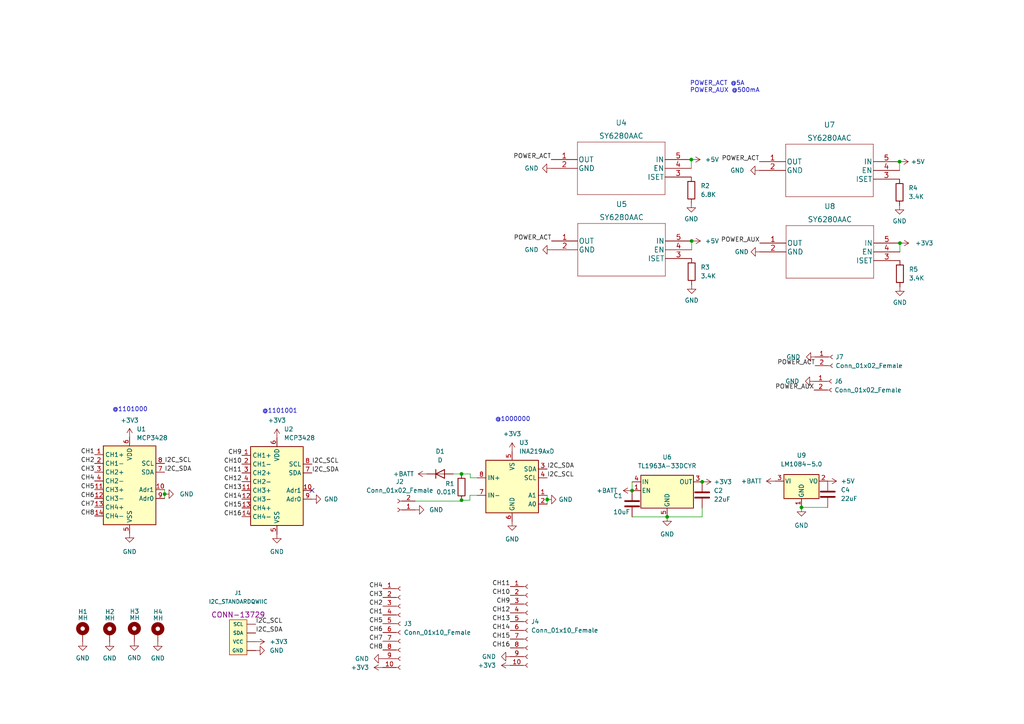
<source format=kicad_sch>
(kicad_sch (version 20211123) (generator eeschema)
  (paper "A4")
  (lib_symbols
    (symbol "2022-04-08_21-45-33:SY6280AAC" (pin_names (offset 0.254))
      (property "Reference" "U" (at 20.32 10.16 0))
      (property "Value" "SY6280AAC" (at 20.32 7.62 0))
      (symbol "SY6280AAC_1_1"
        (polyline (pts (xy 7.62 -10.16) (xy 33.02 -10.16)) (stroke (width 0.127)))
        (polyline (pts (xy 7.62 5.08) (xy 7.62 -10.16)) (stroke (width 0.127)))
        (polyline (pts (xy 33.02 -10.16) (xy 33.02 5.08)) (stroke (width 0.127)))
        (polyline (pts (xy 33.02 5.08) (xy 7.62 5.08)) (stroke (width 0.127)))
        (pin output line (at 0 0 0) (length 7.62) (name "OUT") (number "1"))
        (pin power_in line (at 0 -2.54 0) (length 7.62) (name "GND") (number "2"))
        (pin unspecified line (at 40.64 -5.08 180) (length 7.62) (name "ISET") (number "3"))
        (pin unspecified line (at 40.64 -2.54 180) (length 7.62) (name "EN") (number "4"))
        (pin input line (at 40.64 0 180) (length 7.62) (name "IN") (number "5"))
      )
    )
    (symbol "Analog_ADC:INA219AxD"
      (property "Reference" "U" (at -6.35 8.89 0))
      (property "Value" "INA219AxD" (at 5.08 8.89 0))
      (symbol "INA219AxD_0_1"
        (rectangle (start -7.62 7.62) (end 7.62 -7.62) (stroke (width 0.254)) (fill (type background)))
      )
      (symbol "INA219AxD_1_1"
        (pin input line (at 10.16 -2.54 180) (length 2.54) (name "A1") (number "1"))
        (pin input line (at 10.16 -5.08 180) (length 2.54) (name "A0") (number "2"))
        (pin bidirectional line (at 10.16 5.08 180) (length 2.54) (name "SDA") (number "3"))
        (pin input line (at 10.16 2.54 180) (length 2.54) (name "SCL") (number "4"))
        (pin power_in line (at 0 10.16 270) (length 2.54) (name "VS") (number "5"))
        (pin power_in line (at 0 -10.16 90) (length 2.54) (name "GND") (number "6"))
        (pin input line (at -10.16 -2.54 0) (length 2.54) (name "IN-") (number "7"))
        (pin input line (at -10.16 2.54 0) (length 2.54) (name "IN+") (number "8"))
      )
    )
    (symbol "Analog_ADC:MCP3428"
      (property "Reference" "U" (at -3.81 11.43 0))
      (property "Value" "MCP3428" (at 2.54 11.43 0))
      (symbol "MCP3428_0_1"
        (rectangle (start -7.62 10.16) (end 7.62 -12.7) (stroke (width 0.254)) (fill (type background)))
      )
      (symbol "MCP3428_1_1"
        (pin input line (at -10.16 7.62 0) (length 2.54) (name "CH1+") (number "1"))
        (pin input line (at 10.16 -2.54 180) (length 2.54) (name "Adr1") (number "10"))
        (pin input line (at -10.16 -2.54 0) (length 2.54) (name "CH3+") (number "11"))
        (pin input line (at -10.16 -5.08 0) (length 2.54) (name "CH3-") (number "12"))
        (pin input line (at -10.16 -7.62 0) (length 2.54) (name "CH4+") (number "13"))
        (pin input line (at -10.16 -10.16 0) (length 2.54) (name "CH4-") (number "14"))
        (pin input line (at -10.16 5.08 0) (length 2.54) (name "CH1-") (number "2"))
        (pin input line (at -10.16 2.54 0) (length 2.54) (name "CH2+") (number "3"))
        (pin input line (at -10.16 0 0) (length 2.54) (name "CH2-") (number "4"))
        (pin power_in line (at 0 -15.24 90) (length 2.54) (name "VSS") (number "5"))
        (pin power_in line (at 0 12.7 270) (length 2.54) (name "VDD") (number "6"))
        (pin bidirectional line (at 10.16 2.54 180) (length 2.54) (name "SDA") (number "7"))
        (pin input line (at 10.16 5.08 180) (length 2.54) (name "SCL") (number "8"))
        (pin input line (at 10.16 -5.08 180) (length 2.54) (name "Adr0") (number "9"))
      )
    )
    (symbol "Connector:Conn_01x02_Female" (pin_names (offset 1.016) hide)
      (property "Reference" "J" (at 0 2.54 0))
      (property "Value" "Conn_01x02_Female" (at 0 -5.08 0))
      (symbol "Conn_01x02_Female_1_1"
        (arc (start 0 -2.032) (mid -0.508 -2.54) (end 0 -3.048) (stroke (width 0.1524)))
        (polyline (pts (xy -1.27 -2.54) (xy -0.508 -2.54)) (stroke (width 0.1524)))
        (polyline (pts (xy -1.27 0) (xy -0.508 0)) (stroke (width 0.1524)))
        (arc (start 0 0.508) (mid -0.508 0) (end 0 -0.508) (stroke (width 0.1524)))
        (pin passive line (at -5.08 0 0) (length 3.81) (name "Pin_1") (number "1"))
        (pin passive line (at -5.08 -2.54 0) (length 3.81) (name "Pin_2") (number "2"))
      )
    )
    (symbol "Connector:Conn_01x10_Female" (pin_names (offset 1.016) hide)
      (property "Reference" "J" (at 0 12.7 0))
      (property "Value" "Conn_01x10_Female" (at 0 -15.24 0))
      (symbol "Conn_01x10_Female_1_1"
        (arc (start 0 -12.192) (mid -0.508 -12.7) (end 0 -13.208) (stroke (width 0.1524)))
        (arc (start 0 -9.652) (mid -0.508 -10.16) (end 0 -10.668) (stroke (width 0.1524)))
        (arc (start 0 -7.112) (mid -0.508 -7.62) (end 0 -8.128) (stroke (width 0.1524)))
        (arc (start 0 -4.572) (mid -0.508 -5.08) (end 0 -5.588) (stroke (width 0.1524)))
        (arc (start 0 -2.032) (mid -0.508 -2.54) (end 0 -3.048) (stroke (width 0.1524)))
        (polyline (pts (xy -1.27 -12.7) (xy -0.508 -12.7)) (stroke (width 0.1524)))
        (polyline (pts (xy -1.27 -10.16) (xy -0.508 -10.16)) (stroke (width 0.1524)))
        (polyline (pts (xy -1.27 -7.62) (xy -0.508 -7.62)) (stroke (width 0.1524)))
        (polyline (pts (xy -1.27 -5.08) (xy -0.508 -5.08)) (stroke (width 0.1524)))
        (polyline (pts (xy -1.27 -2.54) (xy -0.508 -2.54)) (stroke (width 0.1524)))
        (polyline (pts (xy -1.27 0) (xy -0.508 0)) (stroke (width 0.1524)))
        (polyline (pts (xy -1.27 2.54) (xy -0.508 2.54)) (stroke (width 0.1524)))
        (polyline (pts (xy -1.27 5.08) (xy -0.508 5.08)) (stroke (width 0.1524)))
        (polyline (pts (xy -1.27 7.62) (xy -0.508 7.62)) (stroke (width 0.1524)))
        (polyline (pts (xy -1.27 10.16) (xy -0.508 10.16)) (stroke (width 0.1524)))
        (arc (start 0 0.508) (mid -0.508 0) (end 0 -0.508) (stroke (width 0.1524)))
        (arc (start 0 3.048) (mid -0.508 2.54) (end 0 2.032) (stroke (width 0.1524)))
        (arc (start 0 5.588) (mid -0.508 5.08) (end 0 4.572) (stroke (width 0.1524)))
        (arc (start 0 8.128) (mid -0.508 7.62) (end 0 7.112) (stroke (width 0.1524)))
        (arc (start 0 10.668) (mid -0.508 10.16) (end 0 9.652) (stroke (width 0.1524)))
        (pin passive line (at -5.08 10.16 0) (length 3.81) (name "Pin_1") (number "1"))
        (pin passive line (at -5.08 -12.7 0) (length 3.81) (name "Pin_10") (number "10"))
        (pin passive line (at -5.08 7.62 0) (length 3.81) (name "Pin_2") (number "2"))
        (pin passive line (at -5.08 5.08 0) (length 3.81) (name "Pin_3") (number "3"))
        (pin passive line (at -5.08 2.54 0) (length 3.81) (name "Pin_4") (number "4"))
        (pin passive line (at -5.08 0 0) (length 3.81) (name "Pin_5") (number "5"))
        (pin passive line (at -5.08 -2.54 0) (length 3.81) (name "Pin_6") (number "6"))
        (pin passive line (at -5.08 -5.08 0) (length 3.81) (name "Pin_7") (number "7"))
        (pin passive line (at -5.08 -7.62 0) (length 3.81) (name "Pin_8") (number "8"))
        (pin passive line (at -5.08 -10.16 0) (length 3.81) (name "Pin_9") (number "9"))
      )
    )
    (symbol "Device:C" (pin_numbers hide) (pin_names (offset 0.254))
      (property "Reference" "C" (at 0.635 2.54 0))
      (property "Value" "C" (at 0.635 -2.54 0))
      (symbol "C_0_1"
        (polyline (pts (xy -2.032 -0.762) (xy 2.032 -0.762)) (stroke (width 0.508)))
        (polyline (pts (xy -2.032 0.762) (xy 2.032 0.762)) (stroke (width 0.508)))
      )
      (symbol "C_1_1"
        (pin passive line (at 0 3.81 270) (length 2.794) (name "~") (number "1"))
        (pin passive line (at 0 -3.81 90) (length 2.794) (name "~") (number "2"))
      )
    )
    (symbol "Device:D" (pin_numbers hide) (pin_names (offset 1.016) hide)
      (property "Reference" "D" (at 0 2.54 0))
      (property "Value" "D" (at 0 -2.54 0))
      (symbol "D_0_1"
        (polyline (pts (xy -1.27 1.27) (xy -1.27 -1.27)) (stroke (width 0.254)))
        (polyline (pts (xy 1.27 0) (xy -1.27 0)))
        (polyline (pts (xy 1.27 1.27) (xy 1.27 -1.27) (xy -1.27 0) (xy 1.27 1.27)) (stroke (width 0.254)))
      )
      (symbol "D_1_1"
        (pin passive line (at -3.81 0 0) (length 2.54) (name "K") (number "1"))
        (pin passive line (at 3.81 0 180) (length 2.54) (name "A") (number "2"))
      )
    )
    (symbol "Device:R" (pin_numbers hide) (pin_names (offset 0))
      (property "Reference" "R" (at 2.032 0 90))
      (property "Value" "R" (at 0 0 90))
      (symbol "R_0_1"
        (rectangle (start -1.016 -2.54) (end 1.016 2.54) (stroke (width 0.254)))
      )
      (symbol "R_1_1"
        (pin passive line (at 0 3.81 270) (length 1.27) (name "~") (number "1"))
        (pin passive line (at 0 -3.81 90) (length 1.27) (name "~") (number "2"))
      )
    )
    (symbol "Mechanical:MountingHole_Pad" (pin_numbers hide) (pin_names (offset 1.016) hide)
      (property "Reference" "H" (at 0 6.35 0))
      (property "Value" "MountingHole_Pad" (at 0 4.445 0))
      (symbol "MountingHole_Pad_0_1"
        (circle (center 0 1.27) (radius 1.27) (stroke (width 1.27)))
      )
      (symbol "MountingHole_Pad_1_1"
        (pin input line (at 0 -2.54 90) (length 2.54) (name "1") (number "1"))
      )
    )
    (symbol "Regulator_Linear:LM1084-5.0" (pin_names (offset 0.254))
      (property "Reference" "U" (at -3.81 3.175 0))
      (property "Value" "LM1084-5.0" (at 0 3.175 0))
      (symbol "LM1084-5.0_0_1"
        (rectangle (start -5.08 1.905) (end 5.08 -5.08) (stroke (width 0.254)) (fill (type background)))
      )
      (symbol "LM1084-5.0_1_1"
        (pin power_in line (at 0 -7.62 90) (length 2.54) (name "GND") (number "1"))
        (pin power_out line (at 7.62 0 180) (length 2.54) (name "VO") (number "2"))
        (pin power_in line (at -7.62 0 0) (length 2.54) (name "VI") (number "3"))
      )
    )
    (symbol "Regulator_Linear:LP38693MP-3.3" (pin_names (offset 0.254))
      (property "Reference" "U" (at -6.35 5.715 0))
      (property "Value" "LP38693MP-3.3" (at 0 5.715 0))
      (symbol "LP38693MP-3.3_0_1"
        (rectangle (start -7.62 -5.08) (end 7.62 4.445) (stroke (width 0.254)) (fill (type background)))
      )
      (symbol "LP38693MP-3.3_1_1"
        (pin input line (at -10.16 0 0) (length 2.54) (name "EN") (number "1"))
        (pin no_connect line (at 7.62 0 180) (length 2.54) hide (name "NC") (number "2"))
        (pin power_out line (at 10.16 2.54 180) (length 2.54) (name "OUT") (number "3"))
        (pin power_in line (at -10.16 2.54 0) (length 2.54) (name "IN") (number "4"))
        (pin power_in line (at 0 -7.62 90) (length 2.54) (name "GND") (number "5"))
      )
    )
    (symbol "SparkFun-Connectors:I2C_STANDARDQWIIC" (pin_numbers hide) (pin_names (offset 1.016))
      (property "Reference" "J" (at -5.08 10.16 0))
      (property "Value" "I2C_STANDARDQWIIC" (at -5.08 -3.81 0))
      (property "Field4" "CONN-13729" (at 0 13.97 0))
      (symbol "I2C_STANDARDQWIIC_1_0"
        (rectangle (start 0 -1.27) (end -5.08 8.89) (fill (type background)))
      )
      (symbol "I2C_STANDARDQWIIC_1_1"
        (pin power_in line (at 2.54 0 180) (length 2.54) (name "GND") (number "1"))
        (pin power_in line (at 2.54 2.54 180) (length 2.54) (name "VCC") (number "2"))
        (pin passive line (at 2.54 5.08 180) (length 2.54) (name "SDA") (number "3"))
        (pin passive line (at 2.54 7.62 180) (length 2.54) (name "SCL") (number "4"))
      )
    )
    (symbol "power:+3.3V" (power) (pin_names (offset 0))
      (property "Value" "+3.3V" (at 0 3.556 0))
      (symbol "+3.3V_0_1"
        (polyline (pts (xy -0.762 1.27) (xy 0 2.54)))
        (polyline (pts (xy 0 0) (xy 0 2.54)))
        (polyline (pts (xy 0 2.54) (xy 0.762 1.27)))
      )
      (symbol "+3.3V_1_1"
        (pin power_in line (at 0 0 90) (length 0) hide (name "+3V3") (number "1"))
      )
    )
    (symbol "power:+5V" (power) (pin_names (offset 0))
      (property "Value" "+5V" (at 0 3.556 0))
      (symbol "+5V_0_1"
        (polyline (pts (xy -0.762 1.27) (xy 0 2.54)))
        (polyline (pts (xy 0 0) (xy 0 2.54)))
        (polyline (pts (xy 0 2.54) (xy 0.762 1.27)))
      )
      (symbol "+5V_1_1"
        (pin power_in line (at 0 0 90) (length 0) hide (name "+5V") (number "1"))
      )
    )
    (symbol "power:+BATT" (power) (pin_names (offset 0))
      (property "Value" "+BATT" (at 0 3.556 0))
      (symbol "+BATT_0_1"
        (polyline (pts (xy -0.762 1.27) (xy 0 2.54)))
        (polyline (pts (xy 0 0) (xy 0 2.54)))
        (polyline (pts (xy 0 2.54) (xy 0.762 1.27)))
      )
      (symbol "+BATT_1_1"
        (pin power_in line (at 0 0 90) (length 0) hide (name "+BATT") (number "1"))
      )
    )
    (symbol "power:GND" (power) (pin_names (offset 0))
      (property "Value" "GND" (at 0 -3.81 0))
      (symbol "GND_0_1"
        (polyline (pts (xy 0 0) (xy 0 -1.27) (xy 1.27 -1.27) (xy 0 -2.54) (xy -1.27 -1.27) (xy 0 -1.27)))
      )
      (symbol "GND_1_1"
        (pin power_in line (at 0 0 270) (length 0) hide (name "GND") (number "1"))
      )
    )
  )
  (junction (at 47.752 143.3068))
  (junction (at 200.6092 69.9008))
  (junction (at 193.4972 149.9108))
  (junction (at 261.0104 70.5104))
  (junction (at 133.858 137.4648))
  (junction (at 158.6992 144.8816))
  (junction (at 260.9088 46.8884))
  (junction (at 200.5076 46.2788))
  (junction (at 232.4608 147.1676))
  (junction (at 183.3372 142.2908))
  (junction (at 203.6572 139.7508))
  (junction (at 133.858 145.0848))
  (no_connect (at 90.4748 142.24))
  (wire (pts (xy 200.6092 69.9008) (xy 200.6092 72.4408)))
  (wire (pts (xy 47.752 143.3068) (xy 47.752 144.5768)))
  (wire (pts (xy 158.6992 144.8816) (xy 158.6992 146.2024)))
  (wire (pts (xy 203.6572 147.3708) (xy 203.6572 149.9108)))
  (wire (pts (xy 133.858 145.3388) (xy 133.858 145.0848)))
  (wire (pts (xy 136.2964 145.0848) (xy 136.2964 143.6624)))
  (wire (pts (xy 47.752 142.0368) (xy 47.752 143.3068)))
  (wire (pts (xy 133.858 145.0848) (xy 136.2964 145.0848)))
  (wire (pts (xy 193.4972 149.9108) (xy 203.6572 149.9108)))
  (wire (pts (xy 261.0104 70.5104) (xy 261.0104 73.0504)))
  (wire (pts (xy 136.398 137.4648) (xy 136.398 138.5824)))
  (wire (pts (xy 200.5076 46.2788) (xy 200.5076 48.8188)))
  (wire (pts (xy 158.6992 143.6624) (xy 158.6992 144.8816)))
  (wire (pts (xy 260.9088 46.8884) (xy 260.9088 49.4284)))
  (wire (pts (xy 120.396 145.3388) (xy 133.858 145.3388)))
  (wire (pts (xy 183.3372 149.9108) (xy 193.4972 149.9108)))
  (wire (pts (xy 136.2964 143.6624) (xy 138.3792 143.6624)))
  (wire (pts (xy 232.4608 147.1676) (xy 240.0808 147.1676)))
  (wire (pts (xy 131.4704 137.4648) (xy 133.858 137.4648)))
  (wire (pts (xy 136.398 138.5824) (xy 138.3792 138.5824)))
  (wire (pts (xy 183.3372 139.7508) (xy 183.3372 142.2908)))
  (wire (pts (xy 133.858 137.4648) (xy 136.398 137.4648)))
  (text "@1000000" (at 143.5608 122.428 0) (effects (font (size 1.27 1.27)) (justify left bottom)))
  (text "@1101001" (at 75.9968 120.0404 0) (effects (font (size 1.27 1.27)) (justify left bottom)))
  (text "POWER_ACT @5A\nPOWER_AUX @500mA" (at 200.1012 27.0256 0) (effects (font (size 1.27 1.27)) (justify left bottom)))
  (text "@1101000" (at 32.5628 119.5832 0) (effects (font (size 1.27 1.27)) (justify left bottom)))
  (label "CH13" (at 147.9804 180.2892 180))
  (label "CH2" (at 27.432 134.4168 180))
  (label "CH1" (at 27.432 131.8768 180))
  (label "CH12" (at 147.9804 177.7492 180))
  (label "I2C_SCL" (at 158.6992 138.5824 0))
  (label "CH8" (at 27.432 149.6568 180))
  (label "CH3" (at 111.0488 173.2788 180))
  (label "CH6" (at 111.0488 183.4388 180))
  (label "CH14" (at 70.1548 144.78 180))
  (label "CH11" (at 70.1548 137.16 180))
  (label "CH15" (at 147.9804 185.3692 180))
  (label "CH12" (at 70.1548 139.7 180))
  (label "CH16" (at 70.1548 149.86 180))
  (label "CH13" (at 70.1548 142.24 180))
  (label "CH7" (at 111.0488 185.9788 180))
  (label "I2C_SDA" (at 90.4748 137.16 0))
  (label "I2C_SDA" (at 47.752 136.9568 0))
  (label "POWER_ACT" (at 220.2688 46.8884 180))
  (label "I2C_SCL" (at 90.4748 134.62 0))
  (label "CH4" (at 111.0488 170.7388 180))
  (label "I2C_SDA" (at 74.168 183.5912 0))
  (label "POWER_AUX" (at 220.3704 70.5104 180))
  (label "CH9" (at 70.1548 132.08 180))
  (label "I2C_SCL" (at 47.752 134.4168 0))
  (label "POWER_ACT" (at 159.9692 69.9008 180))
  (label "CH5" (at 27.432 142.0368 180))
  (label "I2C_SCL" (at 74.168 181.0512 0))
  (label "CH1" (at 111.0488 178.3588 180))
  (label "CH16" (at 147.9804 187.9092 180))
  (label "CH3" (at 27.432 136.9568 180))
  (label "CH14" (at 147.9804 182.8292 180))
  (label "CH11" (at 147.9804 170.1292 180))
  (label "CH5" (at 111.0488 180.8988 180))
  (label "CH9" (at 147.9804 175.2092 180))
  (label "CH6" (at 27.432 144.5768 180))
  (label "I2C_SDA" (at 158.6992 136.0424 0))
  (label "CH2" (at 111.0488 175.8188 180))
  (label "CH10" (at 147.9804 172.6692 180))
  (label "POWER_ACT" (at 159.8676 46.2788 180))
  (label "CH8" (at 111.0488 188.5188 180))
  (label "POWER_AUX" (at 236.1184 113.1316 180))
  (label "CH7" (at 27.432 147.1168 180))
  (label "POWER_ACT" (at 236.4232 106.0704 180))
  (label "CH4" (at 27.432 139.4968 180))
  (label "CH10" (at 70.1548 134.62 180))
  (label "CH15" (at 70.1548 147.32 180))
  (symbol (lib_id "Device:R") (at 261.0104 79.4004 0) (unit 1)
    (property "Reference" "R5" (at 263.6012 78.1303 0) (effects (justify left)))
    (property "Value" "3.4K" (at 263.6012 80.6703 0) (effects (justify left)))
    (property "Footprint" "Resistor_SMD:R_0402_1005Metric" (effects hide))
  )
  (symbol (lib_id "power:+5V") (at 200.6092 69.9008 270) (unit 1)
    (property "Reference" "#PWR0120" (effects hide))
    (property "Value" "+5V" (at 204.47 69.9007 90) (effects (justify left)))
  )
  (symbol (lib_id "power:+3.3V") (at 148.5392 130.9624 0) (unit 1)
    (property "Reference" "#PWR0127" (effects hide))
    (property "Value" "+3.3V" (at 148.5392 125.8316 0))
  )
  (symbol (lib_id "Connector:Conn_01x02_Female") (at 241.1984 110.5916 0) (unit 1)
    (property "Reference" "J6" (at 242.0112 110.5915 0) (effects (justify left)))
    (property "Value" "Conn_01x02_Female" (at 242.0112 113.1315 0) (effects (justify left)))
    (property "Footprint" "Connector_PinSocket_2.54mm:PinSocket_1x02_P2.54mm_Vertical" (effects hide))
  )
  (symbol (lib_id "Connector:Conn_01x10_Female") (at 153.0604 180.2892 0) (unit 1)
    (property "Reference" "J4" (at 154.0256 180.2891 0) (effects (justify left)))
    (property "Value" "Conn_01x10_Female" (at 154.0256 182.8291 0) (effects (justify left)))
    (property "Footprint" "Connector_Hirose:Hirose_DF13-10P-1.25DSA_1x10_P1.25mm_Vertical" (effects hide))
  )
  (symbol (lib_id "2022-04-08_21-45-33:SY6280AAC") (at 220.3704 70.5104 0) (unit 1)
    (property "Reference" "U8" (at 240.6904 59.8424 0) (effects (font (size 1.524 1.524))))
    (property "Value" "SY6280AAC" (at 240.6904 63.6524 0) (effects (font (size 1.524 1.524))))
    (property "Footprint" "footprints:SY6280AAC" (effects hide))
  )
  (symbol (lib_id "Analog_ADC:MCP3428") (at 37.592 139.4968 0) (unit 1)
    (property "Reference" "U1" (at 39.6114 124.46 0) (effects (justify left)))
    (property "Value" "MCP3428" (at 39.6114 127 0) (effects (justify left)))
    (property "Footprint" "Package_SO:TSSOP-14_4.4x5mm_P0.65mm" (effects hide))
    (property "Datasheet" "http://ww1.microchip.com/downloads/en/DeviceDoc/22226a.pdf" (effects hide))
  )
  (symbol (lib_id "power:GND") (at 31.8008 186.182 0) (unit 1)
    (property "Reference" "#PWR0102" (effects hide))
    (property "Value" "GND" (at 31.8008 190.9064 0))
  )
  (symbol (lib_id "Mechanical:MountingHole_Pad") (at 38.9636 183.5404 0) (unit 1)
    (property "Reference" "H3" (at 37.6428 177.3428 0) (effects (justify left)))
    (property "Value" "MH" (at 37.5412 179.1716 0) (effects (justify left)))
    (property "Footprint" "MountingHole:MountingHole_2.2mm_M2_Pad" (effects hide))
  )
  (symbol (lib_id "power:GND") (at 74.168 188.6712 90) (unit 1)
    (property "Reference" "#PWR0108" (effects hide))
    (property "Value" "GND" (at 78.1812 188.6711 90) (effects (justify right)))
  )
  (symbol (lib_id "power:+3.3V") (at 147.9804 192.9892 90) (unit 1)
    (property "Reference" "#PWR0135" (effects hide))
    (property "Value" "+3.3V" (at 143.8656 192.9891 90) (effects (justify left)))
  )
  (symbol (lib_id "power:GND") (at 23.9776 186.1312 0) (unit 1)
    (property "Reference" "#PWR0101" (effects hide))
    (property "Value" "GND" (at 23.9776 190.8556 0))
  )
  (symbol (lib_id "power:+BATT") (at 183.3372 142.2908 90) (unit 1)
    (property "Reference" "#PWR0131" (effects hide))
    (property "Value" "+BATT" (at 179.07 142.2907 90) (effects (justify left)))
  )
  (symbol (lib_id "Regulator_Linear:LM1084-5.0") (at 232.4608 139.5476 0) (unit 1)
    (property "Reference" "U9" (at 232.4608 132.08 0))
    (property "Value" "LM1084-5.0" (at 232.4608 134.62 0))
    (property "Footprint" "Package_TO_SOT_SMD:TO-263-2" (effects hide))
    (property "Datasheet" "http://www.ti.com/lit/ds/symlink/lm1084.pdf" (effects hide))
  )
  (symbol (lib_id "Mechanical:MountingHole_Pad") (at 45.7708 183.642 0) (unit 1)
    (property "Reference" "H4" (at 44.45 177.4444 0) (effects (justify left)))
    (property "Value" "MH" (at 44.3484 179.2732 0) (effects (justify left)))
    (property "Footprint" "MountingHole:MountingHole_2.2mm_M2_Pad" (effects hide))
  )
  (symbol (lib_id "power:GND") (at 236.4232 103.5304 270) (unit 1)
    (property "Reference" "#PWR0114" (effects hide))
    (property "Value" "GND" (at 232.156 103.5303 90) (effects (justify right)))
  )
  (symbol (lib_id "power:GND") (at 147.9804 190.4492 270) (unit 1)
    (property "Reference" "#PWR0134" (effects hide))
    (property "Value" "GND" (at 143.8656 190.4491 90) (effects (justify right)))
  )
  (symbol (lib_id "Device:R") (at 133.858 141.2748 0) (unit 1)
    (property "Reference" "R1" (at 129.1336 140.3096 0) (effects (justify left)))
    (property "Value" "0.01R" (at 126.5428 142.6972 0) (effects (justify left)))
    (property "Footprint" "Resistor_SMD:R_0402_1005Metric" (effects hide))
  )
  (symbol (lib_id "power:+5V") (at 260.9088 46.8884 270) (unit 1)
    (property "Reference" "#PWR0115" (effects hide))
    (property "Value" "+5V" (at 264.16 46.8883 90) (effects (justify left)))
  )
  (symbol (lib_id "Device:R") (at 200.5076 55.1688 0) (unit 1)
    (property "Reference" "R2" (at 203.2 53.8987 0) (effects (justify left)))
    (property "Value" "6.8K" (at 203.2 56.4387 0) (effects (justify left)))
    (property "Footprint" "Resistor_SMD:R_0402_1005Metric" (effects hide))
  )
  (symbol (lib_id "power:GND") (at 120.396 147.8788 90) (unit 1)
    (property "Reference" "#PWR0126" (effects hide))
    (property "Value" "GND" (at 124.46 147.8787 90) (effects (justify right)))
  )
  (symbol (lib_id "power:GND") (at 158.6992 144.8816 90) (unit 1)
    (property "Reference" "#PWR0128" (effects hide))
    (property "Value" "GND" (at 162.0012 144.8815 90) (effects (justify right)))
  )
  (symbol (lib_id "Device:C") (at 203.6572 143.5608 0) (unit 1)
    (property "Reference" "C2" (at 207.01 142.2907 0) (effects (justify left)))
    (property "Value" "22uF" (at 207.01 144.8307 0) (effects (justify left)))
    (property "Footprint" "Capacitor_SMD:C_0402_1005Metric" (effects hide))
  )
  (symbol (lib_id "power:GND") (at 260.9088 59.5884 0) (unit 1)
    (property "Reference" "#PWR0117" (effects hide))
    (property "Value" "GND" (at 260.9088 64.1096 0))
  )
  (symbol (lib_id "Connector:Conn_01x02_Female") (at 241.5032 103.5304 0) (unit 1)
    (property "Reference" "J7" (at 242.316 103.5303 0) (effects (justify left)))
    (property "Value" "Conn_01x02_Female" (at 242.316 106.0703 0) (effects (justify left)))
    (property "Footprint" "Connector_PinSocket_2.54mm:PinSocket_1x02_P2.54mm_Vertical" (effects hide))
  )
  (symbol (lib_id "Connector:Conn_01x10_Female") (at 116.1288 180.8988 0) (unit 1)
    (property "Reference" "J3" (at 117.094 180.8987 0) (effects (justify left)))
    (property "Value" "Conn_01x10_Female" (at 117.094 183.4387 0) (effects (justify left)))
    (property "Footprint" "Connector_Hirose:Hirose_DF13-10P-1.25DSA_1x10_P1.25mm_Vertical" (effects hide))
  )
  (symbol (lib_id "power:+5V") (at 240.0808 139.5476 270) (unit 1)
    (property "Reference" "#PWR0138" (effects hide))
    (property "Value" "+5V" (at 243.84 139.5475 90) (effects (justify left)))
  )
  (symbol (lib_id "Mechanical:MountingHole_Pad") (at 31.8008 183.642 0) (unit 1)
    (property "Reference" "H2" (at 30.48 177.4444 0) (effects (justify left)))
    (property "Value" "MH" (at 30.3784 179.2732 0) (effects (justify left)))
    (property "Footprint" "MountingHole:MountingHole_2.2mm_M2_Pad" (effects hide))
  )
  (symbol (lib_id "power:GND") (at 159.9692 72.4408 270) (unit 1)
    (property "Reference" "#PWR0112" (effects hide))
    (property "Value" "GND" (at 156.21 72.4407 90) (effects (justify right)))
  )
  (symbol (lib_id "Analog_ADC:MCP3428") (at 80.3148 139.7 0) (unit 1)
    (property "Reference" "U2" (at 82.3342 124.46 0) (effects (justify left)))
    (property "Value" "MCP3428" (at 82.3342 127 0) (effects (justify left)))
    (property "Footprint" "Package_SO:TSSOP-14_4.4x5mm_P0.65mm" (effects hide))
    (property "Datasheet" "http://ww1.microchip.com/downloads/en/DeviceDoc/22226a.pdf" (effects hide))
  )
  (symbol (lib_id "2022-04-08_21-45-33:SY6280AAC") (at 159.9692 69.9008 0) (unit 1)
    (property "Reference" "U5" (at 180.2892 59.2328 0) (effects (font (size 1.524 1.524))))
    (property "Value" "SY6280AAC" (at 180.2892 63.0428 0) (effects (font (size 1.524 1.524))))
    (property "Footprint" "footprints:SY6280AAC" (effects hide))
  )
  (symbol (lib_id "power:+BATT") (at 224.8408 139.5476 90) (unit 1)
    (property "Reference" "#PWR0137" (effects hide))
    (property "Value" "+BATT" (at 220.98 139.5475 90) (effects (justify left)))
  )
  (symbol (lib_id "2022-04-08_21-45-33:SY6280AAC") (at 220.2688 46.8884 0) (unit 1)
    (property "Reference" "U7" (at 240.5888 36.2204 0) (effects (font (size 1.524 1.524))))
    (property "Value" "SY6280AAC" (at 240.5888 40.0304 0) (effects (font (size 1.524 1.524))))
    (property "Footprint" "footprints:SY6280AAC" (effects hide))
  )
  (symbol (lib_id "Device:C") (at 240.0808 143.3576 0) (unit 1)
    (property "Reference" "C4" (at 243.84 142.0875 0) (effects (justify left)))
    (property "Value" "22uF" (at 243.84 144.6275 0) (effects (justify left)))
    (property "Footprint" "Capacitor_SMD:C_0402_1005Metric" (effects hide))
  )
  (symbol (lib_id "power:+BATT") (at 123.8504 137.4648 90) (unit 1)
    (property "Reference" "#PWR0125" (effects hide))
    (property "Value" "+BATT" (at 120.0912 137.4647 90) (effects (justify left)))
  )
  (symbol (lib_id "Device:R") (at 260.9088 55.7784 0) (unit 1)
    (property "Reference" "R4" (at 263.4996 54.5083 0) (effects (justify left)))
    (property "Value" "3.4K" (at 263.4996 57.0483 0) (effects (justify left)))
    (property "Footprint" "Resistor_SMD:R_0402_1005Metric" (effects hide))
  )
  (symbol (lib_id "Device:R") (at 200.6092 78.7908 0) (unit 1)
    (property "Reference" "R3" (at 203.2 77.5207 0) (effects (justify left)))
    (property "Value" "3.4K" (at 203.2 80.0607 0) (effects (justify left)))
    (property "Footprint" "Resistor_SMD:R_0402_1005Metric" (effects hide))
  )
  (symbol (lib_id "power:GND") (at 159.8676 48.8188 270) (unit 1)
    (property "Reference" "#PWR0113" (effects hide))
    (property "Value" "GND" (at 156.21 48.8187 90) (effects (justify right)))
  )
  (symbol (lib_id "power:GND") (at 200.6092 82.6008 0) (unit 1)
    (property "Reference" "#PWR0121" (effects hide))
    (property "Value" "GND" (at 200.6092 87.122 0))
  )
  (symbol (lib_id "power:GND") (at 148.5392 151.2824 0) (unit 1)
    (property "Reference" "#PWR0129" (effects hide))
    (property "Value" "GND" (at 148.5392 156.3624 0))
  )
  (symbol (lib_id "power:+3.3V") (at 261.0104 70.5104 270) (unit 1)
    (property "Reference" "#PWR0116" (effects hide))
    (property "Value" "+3.3V" (at 265.43 70.5103 90) (effects (justify left)))
  )
  (symbol (lib_id "2022-04-08_21-45-33:SY6280AAC") (at 159.8676 46.2788 0) (unit 1)
    (property "Reference" "U4" (at 180.1876 35.6108 0) (effects (font (size 1.524 1.524))))
    (property "Value" "SY6280AAC" (at 180.1876 39.4208 0) (effects (font (size 1.524 1.524))))
    (property "Footprint" "footprints:SY6280AAC" (effects hide))
  )
  (symbol (lib_id "power:GND") (at 47.752 143.3068 90) (unit 1)
    (property "Reference" "#PWR0109" (effects hide))
    (property "Value" "GND" (at 52.07 143.3067 90) (effects (justify right)))
  )
  (symbol (lib_id "power:GND") (at 45.7708 186.182 0) (unit 1)
    (property "Reference" "#PWR0104" (effects hide))
    (property "Value" "GND" (at 45.7708 190.9064 0))
  )
  (symbol (lib_id "power:+3.3V") (at 111.0488 193.5988 90) (unit 1)
    (property "Reference" "#PWR0132" (effects hide))
    (property "Value" "+3.3V" (at 107.0356 193.5987 90) (effects (justify left)))
  )
  (symbol (lib_id "power:+3.3V") (at 74.168 186.1312 270) (unit 1)
    (property "Reference" "#PWR0107" (effects hide))
    (property "Value" "+3.3V" (at 78.1812 186.1311 90) (effects (justify left)))
  )
  (symbol (lib_id "power:GND") (at 80.3148 154.94 0) (unit 1)
    (property "Reference" "#PWR0123" (effects hide))
    (property "Value" "GND" (at 80.3148 160.02 0))
  )
  (symbol (lib_id "SparkFun-Connectors:I2C_STANDARDQWIIC") (at 71.628 188.6712 0) (unit 1)
    (property "Reference" "J1" (at 69.088 171.958 0) (effects (font (size 1.143 1.143))))
    (property "Value" "I2C_STANDARDQWIIC" (at 69.088 174.498 0) (effects (font (size 1.143 1.143))))
    (property "Footprint" "Connectors:1X04_1MM_RA" (effects hide))
    (property "Field4" "CONN-13729" (at 69.088 178.308 0) (effects (font (size 1.524 1.524))))
  )
  (symbol (lib_id "power:+3.3V") (at 203.6572 139.7508 270) (unit 1)
    (property "Reference" "#PWR0139" (effects hide))
    (property "Value" "+3.3V" (at 207.01 139.7507 90) (effects (justify left)))
  )
  (symbol (lib_id "power:GND") (at 220.3704 73.0504 270) (unit 1)
    (property "Reference" "#PWR0122" (effects hide))
    (property "Value" "GND" (at 217.17 73.0503 90) (effects (justify right)))
  )
  (symbol (lib_id "power:GND") (at 90.4748 144.78 90) (unit 1)
    (property "Reference" "#PWR0124" (effects hide))
    (property "Value" "GND" (at 93.98 144.7799 90) (effects (justify right)))
  )
  (symbol (lib_id "power:GND") (at 261.0104 83.2104 0) (unit 1)
    (property "Reference" "#PWR0143" (effects hide))
    (property "Value" "GND" (at 261.0104 87.7316 0))
  )
  (symbol (lib_id "power:GND") (at 111.0488 191.0588 270) (unit 1)
    (property "Reference" "#PWR0133" (effects hide))
    (property "Value" "GND" (at 107.0356 191.0587 90) (effects (justify right)))
  )
  (symbol (lib_id "power:GND") (at 236.1184 110.5916 270) (unit 1)
    (property "Reference" "#PWR0142" (effects hide))
    (property "Value" "GND" (at 231.8512 110.5915 90) (effects (justify right)))
  )
  (symbol (lib_id "power:GND") (at 37.592 154.7368 0) (unit 1)
    (property "Reference" "#PWR0105" (effects hide))
    (property "Value" "GND" (at 37.592 160.02 0))
  )
  (symbol (lib_id "Device:C") (at 183.3372 146.1008 0) (unit 1)
    (property "Reference" "C1" (at 177.9016 143.8148 0) (effects (justify left)))
    (property "Value" "10uF" (at 177.8508 148.4884 0) (effects (justify left)))
    (property "Footprint" "Capacitor_SMD:C_0402_1005Metric" (effects hide))
  )
  (symbol (lib_id "power:+5V") (at 200.5076 46.2788 270) (unit 1)
    (property "Reference" "#PWR0118" (effects hide))
    (property "Value" "+5V" (at 204.47 46.2787 90) (effects (justify left)))
  )
  (symbol (lib_id "power:GND") (at 193.4972 149.9108 0) (unit 1)
    (property "Reference" "#PWR0130" (effects hide))
    (property "Value" "GND" (at 193.4972 154.94 0))
  )
  (symbol (lib_id "power:+3.3V") (at 37.592 126.7968 0) (unit 1)
    (property "Reference" "#PWR0106" (effects hide))
    (property "Value" "+3.3V" (at 37.592 121.92 0))
  )
  (symbol (lib_id "power:GND") (at 220.2688 49.4284 270) (unit 1)
    (property "Reference" "#PWR0119" (effects hide))
    (property "Value" "GND" (at 215.9 49.4283 90) (effects (justify right)))
  )
  (symbol (lib_id "Regulator_Linear:LP38693MP-3.3") (at 193.4972 142.2908 0) (unit 1)
    (property "Reference" "U6" (at 193.4972 132.588 0))
    (property "Value" "TL1963A-33DCYR" (at 193.4972 135.128 0))
    (property "Footprint" "Package_TO_SOT_SMD:SOT-223-5" (effects hide))
    (property "Datasheet" "https://www.ti.com/lit/ds/symlink/lp38693.pdf" (effects hide))
  )
  (symbol (lib_id "power:GND") (at 38.9636 186.0804 0) (unit 1)
    (property "Reference" "#PWR0103" (effects hide))
    (property "Value" "GND" (at 38.9636 190.8048 0))
  )
  (symbol (lib_id "Connector:Conn_01x02_Female") (at 115.316 147.8788 180) (unit 1)
    (property "Reference" "J2" (at 115.951 139.7 0))
    (property "Value" "Conn_01x02_Female" (at 115.951 142.24 0))
    (property "Footprint" "Connector_PinSocket_2.54mm:PinSocket_1x02_P2.54mm_Vertical" (effects hide))
  )
  (symbol (lib_id "power:GND") (at 232.4608 147.1676 0) (unit 1)
    (property "Reference" "#PWR0136" (effects hide))
    (property "Value" "GND" (at 232.4608 152.4 0))
  )
  (symbol (lib_id "Device:D") (at 127.6604 137.4648 0) (unit 1)
    (property "Reference" "D1" (at 127.6604 130.9116 0))
    (property "Value" "D" (at 127.6604 133.4516 0))
    (property "Footprint" "Diode_SMD:D_0402_1005Metric" (effects hide))
  )
  (symbol (lib_id "Analog_ADC:INA219AxD") (at 148.5392 141.1224 0) (unit 1)
    (property "Reference" "U3" (at 150.5586 128.3716 0) (effects (justify left)))
    (property "Value" "INA219AxD" (at 150.5586 130.9116 0) (effects (justify left)))
    (property "Footprint" "Package_SO:SOIC-8_3.9x4.9mm_P1.27mm" (effects hide))
    (property "Datasheet" "http://www.ti.com/lit/ds/symlink/ina219.pdf" (effects hide))
  )
  (symbol (lib_id "Mechanical:MountingHole_Pad") (at 23.9776 183.5912 0) (unit 1)
    (property "Reference" "H1" (at 22.6568 177.3936 0) (effects (justify left)))
    (property "Value" "MH" (at 22.5552 179.2224 0) (effects (justify left)))
    (property "Footprint" "MountingHole:MountingHole_2.2mm_M2_Pad" (effects hide))
  )
  (symbol (lib_id "power:GND") (at 200.5076 58.9788 0) (unit 1)
    (property "Reference" "#PWR0111" (effects hide))
    (property "Value" "GND" (at 200.5076 63.5 0))
  )
  (symbol (lib_id "power:+3.3V") (at 80.3148 127 0) (unit 1)
    (property "Reference" "#PWR0110" (effects hide))
    (property "Value" "+3.3V" (at 80.3148 121.92 0))
  )
)
</source>
